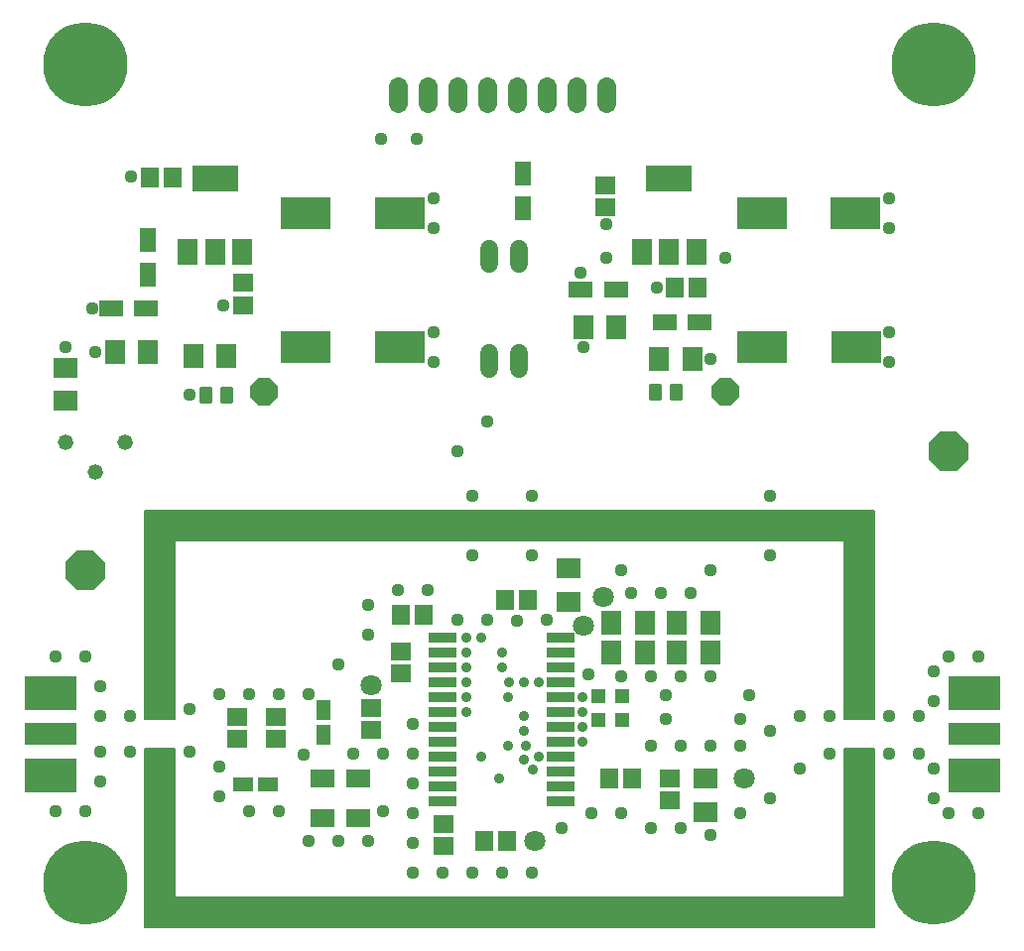
<source format=gts>
G75*
%MOIN*%
%OFA0B0*%
%FSLAX25Y25*%
%IPPOS*%
%LPD*%
%AMOC8*
5,1,8,0,0,1.08239X$1,22.5*
%
%ADD10C,0.00600*%
%ADD11R,0.05918X0.06706*%
%ADD12R,0.06706X0.05918*%
%ADD13R,0.09500X0.03200*%
%ADD14R,0.07898X0.07099*%
%ADD15R,0.17300X0.07800*%
%ADD16R,0.17300X0.11300*%
%ADD17R,0.04737X0.04737*%
%ADD18R,0.07099X0.07898*%
%ADD19C,0.05200*%
%ADD20C,0.06000*%
%ADD21R,0.06706X0.04737*%
%ADD22R,0.04737X0.06706*%
%ADD23R,0.07887X0.06312*%
%ADD24R,0.16548X0.10643*%
%ADD25R,0.07887X0.05524*%
%ADD26R,0.07099X0.07887*%
%ADD27R,0.06706X0.08674*%
%ADD28R,0.15761X0.08674*%
%ADD29R,0.05524X0.07887*%
%ADD30OC8,0.09300*%
%ADD31C,0.07099*%
%ADD32C,0.01677*%
%ADD33C,0.06400*%
%ADD34OC8,0.13200*%
%ADD35C,0.03581*%
%ADD36C,0.04369*%
%ADD37C,0.28359*%
%ADD38C,0.06706*%
D10*
X0078506Y0006984D02*
X0088506Y0006984D01*
X0088506Y0066984D01*
X0078506Y0066984D01*
X0078506Y0006984D01*
X0078506Y0016984D01*
X0313506Y0016984D01*
X0313506Y0066984D01*
X0323506Y0066984D01*
X0323506Y0006984D01*
X0078506Y0006984D01*
X0078506Y0007371D02*
X0088506Y0007371D01*
X0088506Y0007969D02*
X0078506Y0007969D01*
X0323506Y0007969D01*
X0323506Y0007371D02*
X0078506Y0007371D01*
X0078506Y0008568D02*
X0088506Y0008568D01*
X0088506Y0009166D02*
X0078506Y0009166D01*
X0323506Y0009166D01*
X0323506Y0008568D02*
X0078506Y0008568D01*
X0078506Y0009765D02*
X0088506Y0009765D01*
X0088506Y0010363D02*
X0078506Y0010363D01*
X0323506Y0010363D01*
X0323506Y0009765D02*
X0078506Y0009765D01*
X0078506Y0010962D02*
X0088506Y0010962D01*
X0088506Y0011560D02*
X0078506Y0011560D01*
X0323506Y0011560D01*
X0323506Y0010962D02*
X0078506Y0010962D01*
X0078506Y0012159D02*
X0088506Y0012159D01*
X0088506Y0012757D02*
X0078506Y0012757D01*
X0323506Y0012757D01*
X0323506Y0012159D02*
X0078506Y0012159D01*
X0078506Y0013356D02*
X0088506Y0013356D01*
X0088506Y0013954D02*
X0078506Y0013954D01*
X0323506Y0013954D01*
X0323506Y0013356D02*
X0078506Y0013356D01*
X0078506Y0014553D02*
X0088506Y0014553D01*
X0088506Y0015152D02*
X0078506Y0015152D01*
X0323506Y0015152D01*
X0323506Y0015750D02*
X0078506Y0015750D01*
X0088506Y0015750D01*
X0088506Y0016349D02*
X0078506Y0016349D01*
X0323506Y0016349D01*
X0323506Y0016947D02*
X0078506Y0016947D01*
X0088506Y0016947D01*
X0088506Y0017546D02*
X0078506Y0017546D01*
X0078506Y0018144D02*
X0088506Y0018144D01*
X0088506Y0018743D02*
X0078506Y0018743D01*
X0078506Y0019341D02*
X0088506Y0019341D01*
X0088506Y0019940D02*
X0078506Y0019940D01*
X0078506Y0020538D02*
X0088506Y0020538D01*
X0088506Y0021137D02*
X0078506Y0021137D01*
X0078506Y0021735D02*
X0088506Y0021735D01*
X0088506Y0022334D02*
X0078506Y0022334D01*
X0078506Y0022932D02*
X0088506Y0022932D01*
X0088506Y0023531D02*
X0078506Y0023531D01*
X0078506Y0024129D02*
X0088506Y0024129D01*
X0088506Y0024728D02*
X0078506Y0024728D01*
X0078506Y0025326D02*
X0088506Y0025326D01*
X0088506Y0025925D02*
X0078506Y0025925D01*
X0078506Y0026523D02*
X0088506Y0026523D01*
X0088506Y0027122D02*
X0078506Y0027122D01*
X0078506Y0027720D02*
X0088506Y0027720D01*
X0088506Y0028319D02*
X0078506Y0028319D01*
X0078506Y0028917D02*
X0088506Y0028917D01*
X0088506Y0029516D02*
X0078506Y0029516D01*
X0078506Y0030114D02*
X0088506Y0030114D01*
X0088506Y0030713D02*
X0078506Y0030713D01*
X0078506Y0031311D02*
X0088506Y0031311D01*
X0088506Y0031910D02*
X0078506Y0031910D01*
X0078506Y0032508D02*
X0088506Y0032508D01*
X0088506Y0033107D02*
X0078506Y0033107D01*
X0078506Y0033705D02*
X0088506Y0033705D01*
X0088506Y0034304D02*
X0078506Y0034304D01*
X0078506Y0034902D02*
X0088506Y0034902D01*
X0088506Y0035501D02*
X0078506Y0035501D01*
X0078506Y0036099D02*
X0088506Y0036099D01*
X0088506Y0036698D02*
X0078506Y0036698D01*
X0078506Y0037296D02*
X0088506Y0037296D01*
X0088506Y0037895D02*
X0078506Y0037895D01*
X0078506Y0038493D02*
X0088506Y0038493D01*
X0088506Y0039092D02*
X0078506Y0039092D01*
X0078506Y0039690D02*
X0088506Y0039690D01*
X0088506Y0040289D02*
X0078506Y0040289D01*
X0078506Y0040887D02*
X0088506Y0040887D01*
X0088506Y0041486D02*
X0078506Y0041486D01*
X0078506Y0042085D02*
X0088506Y0042085D01*
X0088506Y0042683D02*
X0078506Y0042683D01*
X0078506Y0043282D02*
X0088506Y0043282D01*
X0088506Y0043880D02*
X0078506Y0043880D01*
X0078506Y0044479D02*
X0088506Y0044479D01*
X0088506Y0045077D02*
X0078506Y0045077D01*
X0078506Y0045676D02*
X0088506Y0045676D01*
X0088506Y0046274D02*
X0078506Y0046274D01*
X0078506Y0046873D02*
X0088506Y0046873D01*
X0088506Y0047471D02*
X0078506Y0047471D01*
X0078506Y0048070D02*
X0088506Y0048070D01*
X0088506Y0048668D02*
X0078506Y0048668D01*
X0078506Y0049267D02*
X0088506Y0049267D01*
X0088506Y0049865D02*
X0078506Y0049865D01*
X0078506Y0050464D02*
X0088506Y0050464D01*
X0088506Y0051062D02*
X0078506Y0051062D01*
X0078506Y0051661D02*
X0088506Y0051661D01*
X0088506Y0052259D02*
X0078506Y0052259D01*
X0078506Y0052858D02*
X0088506Y0052858D01*
X0088506Y0053456D02*
X0078506Y0053456D01*
X0078506Y0054055D02*
X0088506Y0054055D01*
X0088506Y0054653D02*
X0078506Y0054653D01*
X0078506Y0055252D02*
X0088506Y0055252D01*
X0088506Y0055850D02*
X0078506Y0055850D01*
X0078506Y0056449D02*
X0088506Y0056449D01*
X0088506Y0057047D02*
X0078506Y0057047D01*
X0078506Y0057646D02*
X0088506Y0057646D01*
X0088506Y0058244D02*
X0078506Y0058244D01*
X0078506Y0058843D02*
X0088506Y0058843D01*
X0088506Y0059441D02*
X0078506Y0059441D01*
X0078506Y0060040D02*
X0088506Y0060040D01*
X0088506Y0060638D02*
X0078506Y0060638D01*
X0078506Y0061237D02*
X0088506Y0061237D01*
X0088506Y0061835D02*
X0078506Y0061835D01*
X0078506Y0062434D02*
X0088506Y0062434D01*
X0088506Y0063032D02*
X0078506Y0063032D01*
X0078506Y0063631D02*
X0088506Y0063631D01*
X0088506Y0064229D02*
X0078506Y0064229D01*
X0078506Y0064828D02*
X0088506Y0064828D01*
X0088506Y0065426D02*
X0078506Y0065426D01*
X0078506Y0066025D02*
X0088506Y0066025D01*
X0088506Y0066623D02*
X0078506Y0066623D01*
X0078506Y0076984D02*
X0088506Y0076984D01*
X0088506Y0136984D01*
X0323506Y0136984D01*
X0323506Y0146984D01*
X0323506Y0076984D01*
X0313506Y0076984D01*
X0313506Y0146984D01*
X0323506Y0146984D01*
X0078506Y0146984D01*
X0078506Y0076984D01*
X0078506Y0077397D02*
X0088506Y0077397D01*
X0088506Y0077995D02*
X0078506Y0077995D01*
X0078506Y0078594D02*
X0088506Y0078594D01*
X0088506Y0079192D02*
X0078506Y0079192D01*
X0078506Y0079791D02*
X0088506Y0079791D01*
X0088506Y0080389D02*
X0078506Y0080389D01*
X0078506Y0080988D02*
X0088506Y0080988D01*
X0088506Y0081586D02*
X0078506Y0081586D01*
X0078506Y0082185D02*
X0088506Y0082185D01*
X0088506Y0082783D02*
X0078506Y0082783D01*
X0078506Y0083382D02*
X0088506Y0083382D01*
X0088506Y0083980D02*
X0078506Y0083980D01*
X0078506Y0084579D02*
X0088506Y0084579D01*
X0088506Y0085177D02*
X0078506Y0085177D01*
X0078506Y0085776D02*
X0088506Y0085776D01*
X0088506Y0086374D02*
X0078506Y0086374D01*
X0078506Y0086973D02*
X0088506Y0086973D01*
X0088506Y0087571D02*
X0078506Y0087571D01*
X0078506Y0088170D02*
X0088506Y0088170D01*
X0088506Y0088768D02*
X0078506Y0088768D01*
X0078506Y0089367D02*
X0088506Y0089367D01*
X0088506Y0089965D02*
X0078506Y0089965D01*
X0078506Y0090564D02*
X0088506Y0090564D01*
X0088506Y0091162D02*
X0078506Y0091162D01*
X0078506Y0091761D02*
X0088506Y0091761D01*
X0088506Y0092359D02*
X0078506Y0092359D01*
X0078506Y0092958D02*
X0088506Y0092958D01*
X0088506Y0093556D02*
X0078506Y0093556D01*
X0078506Y0094155D02*
X0088506Y0094155D01*
X0088506Y0094754D02*
X0078506Y0094754D01*
X0078506Y0095352D02*
X0088506Y0095352D01*
X0088506Y0095951D02*
X0078506Y0095951D01*
X0078506Y0096549D02*
X0088506Y0096549D01*
X0088506Y0097148D02*
X0078506Y0097148D01*
X0078506Y0097746D02*
X0088506Y0097746D01*
X0088506Y0098345D02*
X0078506Y0098345D01*
X0078506Y0098943D02*
X0088506Y0098943D01*
X0088506Y0099542D02*
X0078506Y0099542D01*
X0078506Y0100140D02*
X0088506Y0100140D01*
X0088506Y0100739D02*
X0078506Y0100739D01*
X0078506Y0101337D02*
X0088506Y0101337D01*
X0088506Y0101936D02*
X0078506Y0101936D01*
X0078506Y0102534D02*
X0088506Y0102534D01*
X0088506Y0103133D02*
X0078506Y0103133D01*
X0078506Y0103731D02*
X0088506Y0103731D01*
X0088506Y0104330D02*
X0078506Y0104330D01*
X0078506Y0104928D02*
X0088506Y0104928D01*
X0088506Y0105527D02*
X0078506Y0105527D01*
X0078506Y0106125D02*
X0088506Y0106125D01*
X0088506Y0106724D02*
X0078506Y0106724D01*
X0078506Y0107322D02*
X0088506Y0107322D01*
X0088506Y0107921D02*
X0078506Y0107921D01*
X0078506Y0108519D02*
X0088506Y0108519D01*
X0088506Y0109118D02*
X0078506Y0109118D01*
X0078506Y0109716D02*
X0088506Y0109716D01*
X0088506Y0110315D02*
X0078506Y0110315D01*
X0078506Y0110913D02*
X0088506Y0110913D01*
X0088506Y0111512D02*
X0078506Y0111512D01*
X0078506Y0112110D02*
X0088506Y0112110D01*
X0088506Y0112709D02*
X0078506Y0112709D01*
X0078506Y0113307D02*
X0088506Y0113307D01*
X0088506Y0113906D02*
X0078506Y0113906D01*
X0078506Y0114504D02*
X0088506Y0114504D01*
X0088506Y0115103D02*
X0078506Y0115103D01*
X0078506Y0115701D02*
X0088506Y0115701D01*
X0088506Y0116300D02*
X0078506Y0116300D01*
X0078506Y0116898D02*
X0088506Y0116898D01*
X0088506Y0117497D02*
X0078506Y0117497D01*
X0078506Y0118095D02*
X0088506Y0118095D01*
X0088506Y0118694D02*
X0078506Y0118694D01*
X0078506Y0119292D02*
X0088506Y0119292D01*
X0088506Y0119891D02*
X0078506Y0119891D01*
X0078506Y0120489D02*
X0088506Y0120489D01*
X0088506Y0121088D02*
X0078506Y0121088D01*
X0078506Y0121687D02*
X0088506Y0121687D01*
X0088506Y0122285D02*
X0078506Y0122285D01*
X0078506Y0122884D02*
X0088506Y0122884D01*
X0088506Y0123482D02*
X0078506Y0123482D01*
X0078506Y0124081D02*
X0088506Y0124081D01*
X0088506Y0124679D02*
X0078506Y0124679D01*
X0078506Y0125278D02*
X0088506Y0125278D01*
X0088506Y0125876D02*
X0078506Y0125876D01*
X0078506Y0126475D02*
X0088506Y0126475D01*
X0088506Y0127073D02*
X0078506Y0127073D01*
X0078506Y0127672D02*
X0088506Y0127672D01*
X0088506Y0128270D02*
X0078506Y0128270D01*
X0078506Y0128869D02*
X0088506Y0128869D01*
X0088506Y0129467D02*
X0078506Y0129467D01*
X0078506Y0130066D02*
X0088506Y0130066D01*
X0088506Y0130664D02*
X0078506Y0130664D01*
X0078506Y0131263D02*
X0088506Y0131263D01*
X0088506Y0131861D02*
X0078506Y0131861D01*
X0078506Y0132460D02*
X0088506Y0132460D01*
X0088506Y0133058D02*
X0078506Y0133058D01*
X0078506Y0133657D02*
X0088506Y0133657D01*
X0088506Y0134255D02*
X0078506Y0134255D01*
X0078506Y0134854D02*
X0088506Y0134854D01*
X0088506Y0135452D02*
X0078506Y0135452D01*
X0078506Y0136051D02*
X0088506Y0136051D01*
X0088506Y0136649D02*
X0078506Y0136649D01*
X0078506Y0137248D02*
X0323506Y0137248D01*
X0313506Y0137248D01*
X0313506Y0137846D02*
X0323506Y0137846D01*
X0078506Y0137846D01*
X0078506Y0138445D02*
X0323506Y0138445D01*
X0313506Y0138445D01*
X0313506Y0139043D02*
X0323506Y0139043D01*
X0078506Y0139043D01*
X0078506Y0139642D02*
X0323506Y0139642D01*
X0313506Y0139642D01*
X0313506Y0140240D02*
X0323506Y0140240D01*
X0078506Y0140240D01*
X0078506Y0140839D02*
X0323506Y0140839D01*
X0313506Y0140839D01*
X0313506Y0141437D02*
X0323506Y0141437D01*
X0078506Y0141437D01*
X0078506Y0142036D02*
X0323506Y0142036D01*
X0313506Y0142036D01*
X0313506Y0142634D02*
X0323506Y0142634D01*
X0078506Y0142634D01*
X0078506Y0143233D02*
X0323506Y0143233D01*
X0313506Y0143233D01*
X0313506Y0143831D02*
X0323506Y0143831D01*
X0078506Y0143831D01*
X0078506Y0144430D02*
X0323506Y0144430D01*
X0313506Y0144430D01*
X0313506Y0145028D02*
X0323506Y0145028D01*
X0078506Y0145028D01*
X0078506Y0145627D02*
X0323506Y0145627D01*
X0313506Y0145627D01*
X0313506Y0146225D02*
X0323506Y0146225D01*
X0078506Y0146225D01*
X0078506Y0146824D02*
X0323506Y0146824D01*
X0313506Y0146824D01*
X0313506Y0136649D02*
X0323506Y0136649D01*
X0323506Y0136051D02*
X0313506Y0136051D01*
X0313506Y0135452D02*
X0323506Y0135452D01*
X0323506Y0134854D02*
X0313506Y0134854D01*
X0313506Y0134255D02*
X0323506Y0134255D01*
X0323506Y0133657D02*
X0313506Y0133657D01*
X0313506Y0133058D02*
X0323506Y0133058D01*
X0323506Y0132460D02*
X0313506Y0132460D01*
X0313506Y0131861D02*
X0323506Y0131861D01*
X0323506Y0131263D02*
X0313506Y0131263D01*
X0313506Y0130664D02*
X0323506Y0130664D01*
X0323506Y0130066D02*
X0313506Y0130066D01*
X0313506Y0129467D02*
X0323506Y0129467D01*
X0323506Y0128869D02*
X0313506Y0128869D01*
X0313506Y0128270D02*
X0323506Y0128270D01*
X0323506Y0127672D02*
X0313506Y0127672D01*
X0313506Y0127073D02*
X0323506Y0127073D01*
X0323506Y0126475D02*
X0313506Y0126475D01*
X0313506Y0125876D02*
X0323506Y0125876D01*
X0323506Y0125278D02*
X0313506Y0125278D01*
X0313506Y0124679D02*
X0323506Y0124679D01*
X0323506Y0124081D02*
X0313506Y0124081D01*
X0313506Y0123482D02*
X0323506Y0123482D01*
X0323506Y0122884D02*
X0313506Y0122884D01*
X0313506Y0122285D02*
X0323506Y0122285D01*
X0323506Y0121687D02*
X0313506Y0121687D01*
X0313506Y0121088D02*
X0323506Y0121088D01*
X0323506Y0120489D02*
X0313506Y0120489D01*
X0313506Y0119891D02*
X0323506Y0119891D01*
X0323506Y0119292D02*
X0313506Y0119292D01*
X0313506Y0118694D02*
X0323506Y0118694D01*
X0323506Y0118095D02*
X0313506Y0118095D01*
X0313506Y0117497D02*
X0323506Y0117497D01*
X0323506Y0116898D02*
X0313506Y0116898D01*
X0313506Y0116300D02*
X0323506Y0116300D01*
X0323506Y0115701D02*
X0313506Y0115701D01*
X0313506Y0115103D02*
X0323506Y0115103D01*
X0323506Y0114504D02*
X0313506Y0114504D01*
X0313506Y0113906D02*
X0323506Y0113906D01*
X0323506Y0113307D02*
X0313506Y0113307D01*
X0313506Y0112709D02*
X0323506Y0112709D01*
X0323506Y0112110D02*
X0313506Y0112110D01*
X0313506Y0111512D02*
X0323506Y0111512D01*
X0323506Y0110913D02*
X0313506Y0110913D01*
X0313506Y0110315D02*
X0323506Y0110315D01*
X0323506Y0109716D02*
X0313506Y0109716D01*
X0313506Y0109118D02*
X0323506Y0109118D01*
X0323506Y0108519D02*
X0313506Y0108519D01*
X0313506Y0107921D02*
X0323506Y0107921D01*
X0323506Y0107322D02*
X0313506Y0107322D01*
X0313506Y0106724D02*
X0323506Y0106724D01*
X0323506Y0106125D02*
X0313506Y0106125D01*
X0313506Y0105527D02*
X0323506Y0105527D01*
X0323506Y0104928D02*
X0313506Y0104928D01*
X0313506Y0104330D02*
X0323506Y0104330D01*
X0323506Y0103731D02*
X0313506Y0103731D01*
X0313506Y0103133D02*
X0323506Y0103133D01*
X0323506Y0102534D02*
X0313506Y0102534D01*
X0313506Y0101936D02*
X0323506Y0101936D01*
X0323506Y0101337D02*
X0313506Y0101337D01*
X0313506Y0100739D02*
X0323506Y0100739D01*
X0323506Y0100140D02*
X0313506Y0100140D01*
X0313506Y0099542D02*
X0323506Y0099542D01*
X0323506Y0098943D02*
X0313506Y0098943D01*
X0313506Y0098345D02*
X0323506Y0098345D01*
X0323506Y0097746D02*
X0313506Y0097746D01*
X0313506Y0097148D02*
X0323506Y0097148D01*
X0323506Y0096549D02*
X0313506Y0096549D01*
X0313506Y0095951D02*
X0323506Y0095951D01*
X0323506Y0095352D02*
X0313506Y0095352D01*
X0313506Y0094754D02*
X0323506Y0094754D01*
X0323506Y0094155D02*
X0313506Y0094155D01*
X0313506Y0093556D02*
X0323506Y0093556D01*
X0323506Y0092958D02*
X0313506Y0092958D01*
X0313506Y0092359D02*
X0323506Y0092359D01*
X0323506Y0091761D02*
X0313506Y0091761D01*
X0313506Y0091162D02*
X0323506Y0091162D01*
X0323506Y0090564D02*
X0313506Y0090564D01*
X0313506Y0089965D02*
X0323506Y0089965D01*
X0323506Y0089367D02*
X0313506Y0089367D01*
X0313506Y0088768D02*
X0323506Y0088768D01*
X0323506Y0088170D02*
X0313506Y0088170D01*
X0313506Y0087571D02*
X0323506Y0087571D01*
X0323506Y0086973D02*
X0313506Y0086973D01*
X0313506Y0086374D02*
X0323506Y0086374D01*
X0323506Y0085776D02*
X0313506Y0085776D01*
X0313506Y0085177D02*
X0323506Y0085177D01*
X0323506Y0084579D02*
X0313506Y0084579D01*
X0313506Y0083980D02*
X0323506Y0083980D01*
X0323506Y0083382D02*
X0313506Y0083382D01*
X0313506Y0082783D02*
X0323506Y0082783D01*
X0323506Y0082185D02*
X0313506Y0082185D01*
X0313506Y0081586D02*
X0323506Y0081586D01*
X0323506Y0080988D02*
X0313506Y0080988D01*
X0313506Y0080389D02*
X0323506Y0080389D01*
X0323506Y0079791D02*
X0313506Y0079791D01*
X0313506Y0079192D02*
X0323506Y0079192D01*
X0323506Y0078594D02*
X0313506Y0078594D01*
X0313506Y0077995D02*
X0323506Y0077995D01*
X0323506Y0077397D02*
X0313506Y0077397D01*
X0313506Y0066623D02*
X0323506Y0066623D01*
X0323506Y0066025D02*
X0313506Y0066025D01*
X0313506Y0065426D02*
X0323506Y0065426D01*
X0323506Y0064828D02*
X0313506Y0064828D01*
X0313506Y0064229D02*
X0323506Y0064229D01*
X0323506Y0063631D02*
X0313506Y0063631D01*
X0313506Y0063032D02*
X0323506Y0063032D01*
X0323506Y0062434D02*
X0313506Y0062434D01*
X0313506Y0061835D02*
X0323506Y0061835D01*
X0323506Y0061237D02*
X0313506Y0061237D01*
X0313506Y0060638D02*
X0323506Y0060638D01*
X0323506Y0060040D02*
X0313506Y0060040D01*
X0313506Y0059441D02*
X0323506Y0059441D01*
X0323506Y0058843D02*
X0313506Y0058843D01*
X0313506Y0058244D02*
X0323506Y0058244D01*
X0323506Y0057646D02*
X0313506Y0057646D01*
X0313506Y0057047D02*
X0323506Y0057047D01*
X0323506Y0056449D02*
X0313506Y0056449D01*
X0313506Y0055850D02*
X0323506Y0055850D01*
X0323506Y0055252D02*
X0313506Y0055252D01*
X0313506Y0054653D02*
X0323506Y0054653D01*
X0323506Y0054055D02*
X0313506Y0054055D01*
X0313506Y0053456D02*
X0323506Y0053456D01*
X0323506Y0052858D02*
X0313506Y0052858D01*
X0313506Y0052259D02*
X0323506Y0052259D01*
X0323506Y0051661D02*
X0313506Y0051661D01*
X0313506Y0051062D02*
X0323506Y0051062D01*
X0323506Y0050464D02*
X0313506Y0050464D01*
X0313506Y0049865D02*
X0323506Y0049865D01*
X0323506Y0049267D02*
X0313506Y0049267D01*
X0313506Y0048668D02*
X0323506Y0048668D01*
X0323506Y0048070D02*
X0313506Y0048070D01*
X0313506Y0047471D02*
X0323506Y0047471D01*
X0323506Y0046873D02*
X0313506Y0046873D01*
X0313506Y0046274D02*
X0323506Y0046274D01*
X0323506Y0045676D02*
X0313506Y0045676D01*
X0313506Y0045077D02*
X0323506Y0045077D01*
X0323506Y0044479D02*
X0313506Y0044479D01*
X0313506Y0043880D02*
X0323506Y0043880D01*
X0323506Y0043282D02*
X0313506Y0043282D01*
X0313506Y0042683D02*
X0323506Y0042683D01*
X0323506Y0042085D02*
X0313506Y0042085D01*
X0313506Y0041486D02*
X0323506Y0041486D01*
X0323506Y0040887D02*
X0313506Y0040887D01*
X0313506Y0040289D02*
X0323506Y0040289D01*
X0323506Y0039690D02*
X0313506Y0039690D01*
X0313506Y0039092D02*
X0323506Y0039092D01*
X0323506Y0038493D02*
X0313506Y0038493D01*
X0313506Y0037895D02*
X0323506Y0037895D01*
X0323506Y0037296D02*
X0313506Y0037296D01*
X0313506Y0036698D02*
X0323506Y0036698D01*
X0323506Y0036099D02*
X0313506Y0036099D01*
X0313506Y0035501D02*
X0323506Y0035501D01*
X0323506Y0034902D02*
X0313506Y0034902D01*
X0313506Y0034304D02*
X0323506Y0034304D01*
X0323506Y0033705D02*
X0313506Y0033705D01*
X0313506Y0033107D02*
X0323506Y0033107D01*
X0323506Y0032508D02*
X0313506Y0032508D01*
X0313506Y0031910D02*
X0323506Y0031910D01*
X0323506Y0031311D02*
X0313506Y0031311D01*
X0313506Y0030713D02*
X0323506Y0030713D01*
X0323506Y0030114D02*
X0313506Y0030114D01*
X0313506Y0029516D02*
X0323506Y0029516D01*
X0323506Y0028917D02*
X0313506Y0028917D01*
X0313506Y0028319D02*
X0323506Y0028319D01*
X0323506Y0027720D02*
X0313506Y0027720D01*
X0313506Y0027122D02*
X0323506Y0027122D01*
X0323506Y0026523D02*
X0313506Y0026523D01*
X0313506Y0025925D02*
X0323506Y0025925D01*
X0323506Y0025326D02*
X0313506Y0025326D01*
X0313506Y0024728D02*
X0323506Y0024728D01*
X0323506Y0024129D02*
X0313506Y0024129D01*
X0313506Y0023531D02*
X0323506Y0023531D01*
X0323506Y0022932D02*
X0313506Y0022932D01*
X0313506Y0022334D02*
X0323506Y0022334D01*
X0323506Y0021735D02*
X0313506Y0021735D01*
X0313506Y0021137D02*
X0323506Y0021137D01*
X0323506Y0020538D02*
X0313506Y0020538D01*
X0313506Y0019940D02*
X0323506Y0019940D01*
X0323506Y0019341D02*
X0313506Y0019341D01*
X0313506Y0018743D02*
X0323506Y0018743D01*
X0323506Y0018144D02*
X0313506Y0018144D01*
X0313506Y0017546D02*
X0323506Y0017546D01*
X0323506Y0014553D02*
X0078506Y0014553D01*
D11*
X0192766Y0035984D03*
X0200246Y0035984D03*
X0234766Y0056984D03*
X0242246Y0056984D03*
X0172246Y0111984D03*
X0164766Y0111984D03*
X0199766Y0116984D03*
X0207246Y0116984D03*
X0256774Y0222031D03*
X0264254Y0222031D03*
X0087924Y0258937D03*
X0080443Y0258937D03*
D12*
X0111620Y0223594D03*
X0111620Y0216114D03*
X0233392Y0248933D03*
X0233392Y0256413D03*
X0164506Y0099724D03*
X0164506Y0092244D03*
X0154506Y0080724D03*
X0154506Y0073244D03*
X0122506Y0070244D03*
X0122506Y0077724D03*
X0109506Y0077724D03*
X0109506Y0070244D03*
X0179006Y0041724D03*
X0179006Y0034244D03*
X0255006Y0049744D03*
X0255006Y0057224D03*
D13*
X0218306Y0059484D03*
X0218306Y0054484D03*
X0218306Y0049484D03*
X0218306Y0064484D03*
X0218306Y0069484D03*
X0218306Y0074484D03*
X0218306Y0079484D03*
X0218306Y0084484D03*
X0218306Y0089484D03*
X0218306Y0094484D03*
X0218306Y0099484D03*
X0218306Y0104484D03*
X0178706Y0104484D03*
X0178706Y0099484D03*
X0178706Y0094484D03*
X0178706Y0089484D03*
X0178706Y0084484D03*
X0178706Y0079484D03*
X0178706Y0074484D03*
X0178706Y0069484D03*
X0178706Y0064484D03*
X0178706Y0059484D03*
X0178706Y0054484D03*
X0178706Y0049484D03*
D14*
X0221006Y0116386D03*
X0221006Y0127583D03*
X0267006Y0057083D03*
X0267006Y0045886D03*
X0051845Y0183945D03*
X0051845Y0195142D03*
D15*
X0046835Y0071984D03*
X0357178Y0071984D03*
D16*
X0357178Y0058226D03*
X0357178Y0085743D03*
X0046835Y0085743D03*
X0046835Y0058226D03*
D17*
X0231128Y0076791D03*
X0239002Y0076791D03*
X0238955Y0084772D03*
X0231081Y0084772D03*
D18*
X0235349Y0099559D03*
X0235467Y0109469D03*
X0246664Y0109469D03*
X0257349Y0109382D03*
X0257467Y0099528D03*
X0246546Y0099559D03*
X0268664Y0099528D03*
X0268546Y0109382D03*
X0262605Y0197984D03*
X0251408Y0197984D03*
X0106105Y0198984D03*
X0094908Y0198984D03*
D19*
X0071912Y0170236D03*
X0061912Y0160236D03*
X0051912Y0170236D03*
D20*
X0194254Y0194816D02*
X0194254Y0200016D01*
X0204254Y0200016D02*
X0204254Y0194816D01*
X0204254Y0230016D02*
X0204254Y0235216D01*
X0194254Y0235216D02*
X0194254Y0230016D01*
D21*
X0120091Y0055024D03*
X0111804Y0055024D03*
D22*
X0138506Y0071841D03*
X0138506Y0080128D03*
D23*
X0138451Y0057118D03*
X0150183Y0057236D03*
X0150183Y0043850D03*
X0138451Y0043732D03*
D24*
X0132758Y0201984D03*
X0164254Y0201984D03*
X0164254Y0246984D03*
X0132758Y0246984D03*
X0285858Y0246984D03*
X0317354Y0246984D03*
X0317654Y0201984D03*
X0286158Y0201984D03*
D25*
X0264967Y0210531D03*
X0253164Y0210531D03*
X0236845Y0221531D03*
X0225042Y0221531D03*
X0079093Y0214937D03*
X0067290Y0214937D03*
D26*
X0068546Y0200370D03*
X0079569Y0200370D03*
X0226065Y0208598D03*
X0237089Y0208598D03*
D27*
X0245751Y0233983D03*
X0254806Y0233983D03*
X0263861Y0233983D03*
X0111261Y0233983D03*
X0102206Y0233983D03*
X0093151Y0233983D03*
D28*
X0102206Y0258786D03*
X0254806Y0258786D03*
D29*
X0205593Y0260445D03*
X0205593Y0248642D03*
X0079554Y0238193D03*
X0079554Y0226390D03*
D30*
X0118506Y0186984D03*
X0273506Y0186984D03*
D31*
X0232506Y0117984D03*
X0226006Y0108484D03*
X0154506Y0088484D03*
X0209506Y0035984D03*
X0280006Y0056984D03*
D32*
X0258318Y0184922D02*
X0255694Y0184922D01*
X0255694Y0189046D01*
X0258318Y0189046D01*
X0258318Y0184922D01*
X0258318Y0186515D02*
X0255694Y0186515D01*
X0255694Y0188108D02*
X0258318Y0188108D01*
X0251318Y0184922D02*
X0248694Y0184922D01*
X0248694Y0189046D01*
X0251318Y0189046D01*
X0251318Y0184922D01*
X0251318Y0186515D02*
X0248694Y0186515D01*
X0248694Y0188108D02*
X0251318Y0188108D01*
X0107318Y0188046D02*
X0104694Y0188046D01*
X0107318Y0188046D02*
X0107318Y0183922D01*
X0104694Y0183922D01*
X0104694Y0188046D01*
X0104694Y0185515D02*
X0107318Y0185515D01*
X0107318Y0187108D02*
X0104694Y0187108D01*
X0100318Y0188046D02*
X0097694Y0188046D01*
X0100318Y0188046D02*
X0100318Y0183922D01*
X0097694Y0183922D01*
X0097694Y0188046D01*
X0097694Y0185515D02*
X0100318Y0185515D01*
X0100318Y0187108D02*
X0097694Y0187108D01*
D33*
X0163506Y0284184D02*
X0163506Y0289784D01*
X0173506Y0289784D02*
X0173506Y0284184D01*
X0183506Y0284184D02*
X0183506Y0289784D01*
X0193506Y0289784D02*
X0193506Y0284184D01*
X0203506Y0284184D02*
X0203506Y0289784D01*
X0213506Y0289784D02*
X0213506Y0284184D01*
X0223506Y0284184D02*
X0223506Y0289784D01*
X0233506Y0289784D02*
X0233506Y0284184D01*
D34*
X0348506Y0166984D03*
X0058506Y0126984D03*
D35*
X0186506Y0104484D03*
X0186506Y0099484D03*
X0191506Y0104484D03*
X0198506Y0099484D03*
X0198506Y0094484D03*
X0201006Y0089484D03*
X0206006Y0089484D03*
X0211006Y0089484D03*
X0200506Y0084484D03*
X0206006Y0077984D03*
X0206006Y0072984D03*
X0206506Y0067984D03*
X0211006Y0064484D03*
X0209006Y0059984D03*
X0206006Y0063484D03*
X0200506Y0067984D03*
X0191506Y0064484D03*
X0197506Y0056984D03*
X0186506Y0079484D03*
X0186506Y0084484D03*
X0186506Y0089484D03*
X0186506Y0094484D03*
X0225506Y0084484D03*
X0225506Y0079484D03*
X0225506Y0074484D03*
X0225506Y0069484D03*
D36*
X0248506Y0067984D03*
X0258506Y0067984D03*
X0268506Y0067984D03*
X0278506Y0067984D03*
X0278506Y0076984D03*
X0281506Y0084984D03*
X0268506Y0091484D03*
X0258506Y0091484D03*
X0253506Y0084984D03*
X0253506Y0076984D03*
X0248506Y0091484D03*
X0238506Y0091484D03*
X0227506Y0091984D03*
X0213506Y0110484D03*
X0203506Y0109984D03*
X0193506Y0110484D03*
X0183506Y0110484D03*
X0173506Y0120484D03*
X0163506Y0120484D03*
X0153506Y0115484D03*
X0153506Y0105484D03*
X0143506Y0095484D03*
X0133506Y0085484D03*
X0123506Y0085484D03*
X0113506Y0085484D03*
X0103506Y0085484D03*
X0093506Y0080484D03*
X0093506Y0065984D03*
X0103506Y0060984D03*
X0103506Y0050984D03*
X0113506Y0045984D03*
X0123506Y0045984D03*
X0133506Y0035984D03*
X0143506Y0035984D03*
X0153506Y0035984D03*
X0158506Y0045984D03*
X0168506Y0045484D03*
X0168506Y0035484D03*
X0168506Y0025484D03*
X0178506Y0025484D03*
X0188506Y0025484D03*
X0198506Y0025484D03*
X0208506Y0025484D03*
X0218506Y0040484D03*
X0228506Y0045484D03*
X0238506Y0045484D03*
X0248506Y0040484D03*
X0258506Y0040484D03*
X0268506Y0037984D03*
X0278506Y0045484D03*
X0288506Y0050484D03*
X0298506Y0060484D03*
X0308506Y0065484D03*
X0308506Y0077984D03*
X0298506Y0077984D03*
X0288506Y0072984D03*
X0328506Y0077984D03*
X0338506Y0077984D03*
X0343506Y0082984D03*
X0343506Y0092984D03*
X0348506Y0097984D03*
X0358506Y0097984D03*
X0338506Y0065484D03*
X0343506Y0060484D03*
X0343506Y0050484D03*
X0348506Y0045484D03*
X0358506Y0045484D03*
X0328506Y0065484D03*
X0262006Y0119484D03*
X0268506Y0126984D03*
X0252006Y0119484D03*
X0242006Y0119484D03*
X0238506Y0126984D03*
X0208506Y0131984D03*
X0188506Y0131984D03*
X0188506Y0151984D03*
X0183506Y0166984D03*
X0193506Y0176984D03*
X0175506Y0196984D03*
X0175506Y0206984D03*
X0175506Y0241984D03*
X0175506Y0251984D03*
X0170006Y0271984D03*
X0158006Y0271984D03*
X0225006Y0226984D03*
X0233506Y0231984D03*
X0233506Y0243484D03*
X0250506Y0221984D03*
X0273506Y0231984D03*
X0268506Y0197984D03*
X0226006Y0201984D03*
X0208506Y0151984D03*
X0288506Y0151984D03*
X0288506Y0131984D03*
X0328506Y0196984D03*
X0328506Y0206984D03*
X0328506Y0241984D03*
X0328506Y0251984D03*
X0168506Y0075484D03*
X0168506Y0065484D03*
X0158506Y0065484D03*
X0148506Y0065484D03*
X0132006Y0064984D03*
X0168506Y0055484D03*
X0073506Y0065984D03*
X0063506Y0065984D03*
X0063506Y0055984D03*
X0058506Y0045984D03*
X0048506Y0045984D03*
X0063506Y0077984D03*
X0063506Y0087984D03*
X0058506Y0097984D03*
X0048506Y0097984D03*
X0073506Y0077984D03*
X0093506Y0185984D03*
X0062006Y0200484D03*
X0052006Y0201984D03*
X0061006Y0214984D03*
X0105006Y0215984D03*
X0074006Y0259484D03*
D37*
X0058506Y0021984D03*
X0343506Y0021984D03*
X0343506Y0296984D03*
X0058506Y0296984D03*
D38*
X0083506Y0141984D03*
X0103506Y0141984D03*
X0123506Y0141984D03*
X0143506Y0141984D03*
X0163506Y0141984D03*
X0181006Y0141984D03*
X0198506Y0141984D03*
X0218506Y0141984D03*
X0238506Y0141984D03*
X0258506Y0141984D03*
X0278506Y0141984D03*
X0298506Y0141984D03*
X0318506Y0141984D03*
X0318506Y0121984D03*
X0318506Y0101984D03*
X0318506Y0081984D03*
X0318506Y0051984D03*
X0318506Y0031984D03*
X0318506Y0011984D03*
X0298506Y0011984D03*
X0278506Y0011984D03*
X0258506Y0011984D03*
X0238506Y0011984D03*
X0218506Y0011984D03*
X0201006Y0011984D03*
X0183506Y0011984D03*
X0163506Y0011984D03*
X0143506Y0011984D03*
X0123506Y0011984D03*
X0103506Y0011984D03*
X0083506Y0011984D03*
X0083506Y0031984D03*
X0083506Y0051984D03*
X0083506Y0081984D03*
X0083506Y0101984D03*
X0083506Y0121984D03*
M02*

</source>
